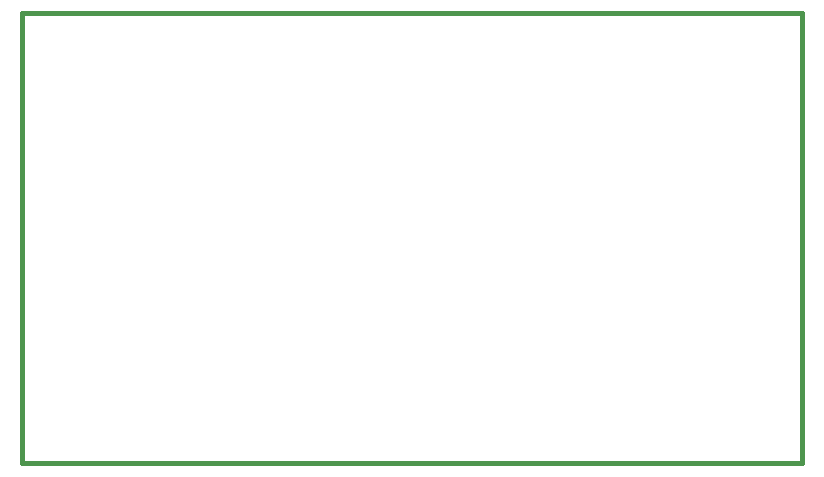
<source format=gbo>
G04 (created by PCBNEW-RS274X (2012-01-19 BZR 3256)-stable) date 20/08/2012 20:09:26*
G01*
G70*
G90*
%MOIN*%
G04 Gerber Fmt 3.4, Leading zero omitted, Abs format*
%FSLAX34Y34*%
G04 APERTURE LIST*
%ADD10C,0.006000*%
%ADD11C,0.015000*%
G04 APERTURE END LIST*
G54D10*
G54D11*
X25000Y00000D02*
X26000Y00000D01*
X25000Y15000D02*
X26000Y15000D01*
X25000Y15000D02*
X00000Y15000D01*
X26000Y00000D02*
X26000Y15000D01*
X00000Y00000D02*
X25000Y00000D01*
X00000Y15000D02*
X00000Y00000D01*
M02*

</source>
